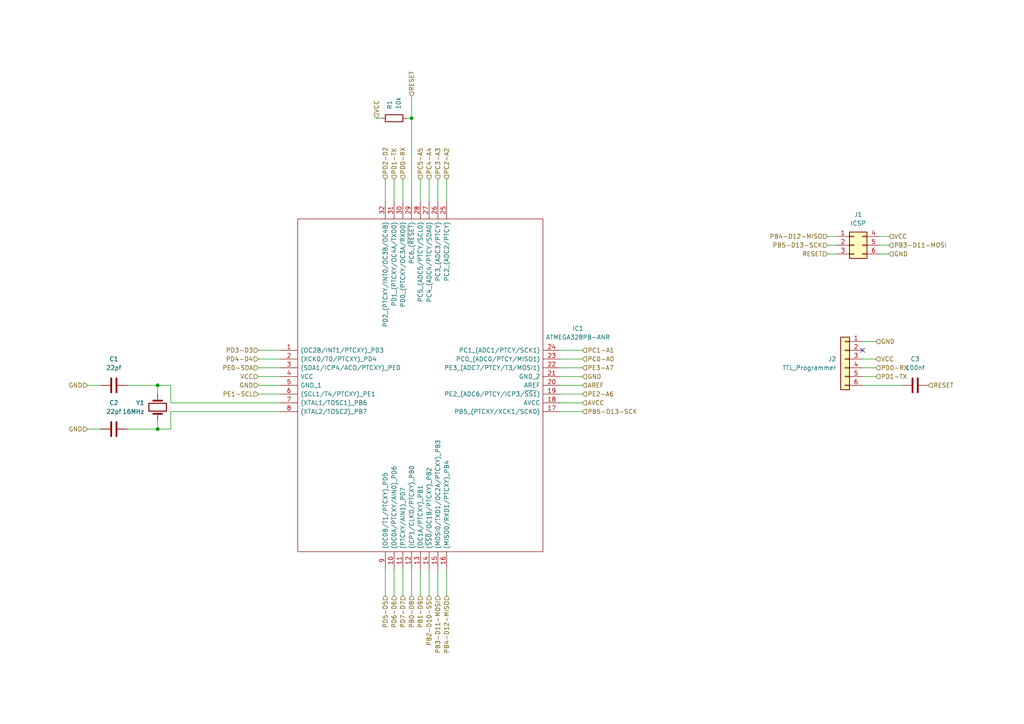
<source format=kicad_sch>
(kicad_sch (version 20231120) (generator "eeschema") (generator_version "8.0")
  (paper "A4")
  (lib_symbols
    (symbol "Connector_Generic:Conn_01x06" (pin_names (offset 1.016) hide)
      (property "Reference" "J" (at 0 7.62 0))
      (property "Value" "Conn_01x06" (at 0 -10.16 0))
      (symbol "Conn_01x06_1_1"
        (rectangle (start -1.27 -7.493) (end 0 -7.747) (stroke (width 0.1524)))
        (rectangle (start -1.27 -4.953) (end 0 -5.207) (stroke (width 0.1524)))
        (rectangle (start -1.27 -2.413) (end 0 -2.667) (stroke (width 0.1524)))
        (rectangle (start -1.27 0.127) (end 0 -0.127) (stroke (width 0.1524)))
        (rectangle (start -1.27 2.667) (end 0 2.413) (stroke (width 0.1524)))
        (rectangle (start -1.27 5.207) (end 0 4.953) (stroke (width 0.1524)))
        (rectangle (start -1.27 6.35) (end 1.27 -8.89) (stroke (width 0.254)) (fill (type background)))
        (pin passive line (at -5.08 5.08 0) (length 3.81) (name "Pin_1") (number "1"))
        (pin passive line (at -5.08 2.54 0) (length 3.81) (name "Pin_2") (number "2"))
        (pin passive line (at -5.08 0 0) (length 3.81) (name "Pin_3") (number "3"))
        (pin passive line (at -5.08 -2.54 0) (length 3.81) (name "Pin_4") (number "4"))
        (pin passive line (at -5.08 -5.08 0) (length 3.81) (name "Pin_5") (number "5"))
        (pin passive line (at -5.08 -7.62 0) (length 3.81) (name "Pin_6") (number "6"))
      )
    )
    (symbol "Connector_Generic:Conn_02x03_Top_Bottom" (pin_names (offset 1.016) hide)
      (property "Reference" "J" (at 1.27 5.08 0))
      (property "Value" "Conn_02x03_Top_Bottom" (at 1.27 -5.08 0))
      (symbol "Conn_02x03_Top_Bottom_1_1"
        (rectangle (start -1.27 -2.413) (end 0 -2.667) (stroke (width 0.1524)))
        (rectangle (start -1.27 0.127) (end 0 -0.127) (stroke (width 0.1524)))
        (rectangle (start -1.27 2.667) (end 0 2.413) (stroke (width 0.1524)))
        (rectangle (start -1.27 3.81) (end 3.81 -3.81) (stroke (width 0.254)) (fill (type background)))
        (rectangle (start 3.81 -2.413) (end 2.54 -2.667) (stroke (width 0.1524)))
        (rectangle (start 3.81 0.127) (end 2.54 -0.127) (stroke (width 0.1524)))
        (rectangle (start 3.81 2.667) (end 2.54 2.413) (stroke (width 0.1524)))
        (pin passive line (at -5.08 2.54 0) (length 3.81) (name "Pin_1") (number "1"))
        (pin passive line (at -5.08 0 0) (length 3.81) (name "Pin_2") (number "2"))
        (pin passive line (at -5.08 -2.54 0) (length 3.81) (name "Pin_3") (number "3"))
        (pin passive line (at 7.62 2.54 180) (length 3.81) (name "Pin_4") (number "4"))
        (pin passive line (at 7.62 0 180) (length 3.81) (name "Pin_5") (number "5"))
        (pin passive line (at 7.62 -2.54 180) (length 3.81) (name "Pin_6") (number "6"))
      )
    )
    (symbol "Device:C" (pin_numbers hide) (pin_names (offset 0.254))
      (property "Reference" "C" (at 0.635 2.54 0))
      (property "Value" "C" (at 0.635 -2.54 0))
      (symbol "C_0_1"
        (polyline (pts (xy -2.032 -0.762) (xy 2.032 -0.762)) (stroke (width 0.508)))
        (polyline (pts (xy -2.032 0.762) (xy 2.032 0.762)) (stroke (width 0.508)))
      )
      (symbol "C_1_1"
        (pin passive line (at 0 3.81 270) (length 2.794) (name "~") (number "1"))
        (pin passive line (at 0 -3.81 90) (length 2.794) (name "~") (number "2"))
      )
    )
    (symbol "Device:Crystal" (pin_numbers hide) (pin_names (offset 1.016) hide)
      (property "Reference" "Y" (at 0 3.81 0))
      (property "Value" "Crystal" (at 0 -3.81 0))
      (symbol "Crystal_0_1"
        (rectangle (start -1.143 2.54) (end 1.143 -2.54) (stroke (width 0.3048)))
        (polyline (pts (xy -2.54 0) (xy -1.905 0)))
        (polyline (pts (xy -1.905 -1.27) (xy -1.905 1.27)) (stroke (width 0.508)))
        (polyline (pts (xy 1.905 -1.27) (xy 1.905 1.27)) (stroke (width 0.508)))
        (polyline (pts (xy 2.54 0) (xy 1.905 0)))
      )
      (symbol "Crystal_1_1"
        (pin passive line (at -3.81 0 0) (length 1.27) (name "1") (number "1"))
        (pin passive line (at 3.81 0 180) (length 1.27) (name "2") (number "2"))
      )
    )
    (symbol "Device:R" (pin_numbers hide) (pin_names (offset 0))
      (property "Reference" "R" (at 2.032 0 90))
      (property "Value" "R" (at 0 0 90))
      (symbol "R_0_1"
        (rectangle (start -1.016 -2.54) (end 1.016 2.54) (stroke (width 0.254)))
      )
      (symbol "R_1_1"
        (pin passive line (at 0 3.81 270) (length 1.27) (name "~") (number "1"))
        (pin passive line (at 0 -3.81 90) (length 1.27) (name "~") (number "2"))
      )
    )
    (symbol "SamacSys_Parts:ATMEGA328PB-ANR" (pin_names (offset 0.762))
      (property "Reference" "IC" (at 77.47 43.18 0))
      (property "Value" "ATMEGA328PB-ANR" (at 77.47 40.64 0))
      (symbol "ATMEGA328PB-ANR_0_0"
        (pin passive line (at 0 0 0) (length 5.08) (name "(OC2B/INT1/PTCXY)_PD3") (number "1"))
        (pin passive line (at 33.02 -63.5 90) (length 5.08) (name "(OC0A/PTCXY/AIN0)_PD6") (number "10"))
        (pin passive line (at 35.56 -63.5 90) (length 5.08) (name "(PTCXY/AIN1)_PD7") (number "11"))
        (pin passive line (at 38.1 -63.5 90) (length 5.08) (name "(ICP1/CLKO/PTCXY)_PB0") (number "12"))
        (pin passive line (at 40.64 -63.5 90) (length 5.08) (name "(OC1A/PTCXY)_PB1") (number "13"))
        (pin passive line (at 43.18 -63.5 90) (length 5.08) (name "(~{SS0}/OC1B/PTCXY)_PB2") (number "14"))
        (pin passive line (at 45.72 -63.5 90) (length 5.08) (name "(MOSI0/TXD1/OC2A/PTCXY)_PB3") (number "15"))
        (pin passive line (at 48.26 -63.5 90) (length 5.08) (name "(MISO0/RXD1/PTCXY)_PB4") (number "16"))
        (pin passive line (at 81.28 -17.78 180) (length 5.08) (name "PB5_(PTCXY/XCK1/SCK0)") (number "17"))
        (pin passive line (at 81.28 -15.24 180) (length 5.08) (name "AVCC") (number "18"))
        (pin passive line (at 81.28 -12.7 180) (length 5.08) (name "PE2_(ADC6/PTCY/ICP3/~{SS1})") (number "19"))
        (pin passive line (at 0 -2.54 0) (length 5.08) (name "(XCK0/T0/PTCXY)_PD4") (number "2"))
        (pin passive line (at 81.28 -10.16 180) (length 5.08) (name "AREF") (number "20"))
        (pin passive line (at 81.28 -7.62 180) (length 5.08) (name "GND_2") (number "21"))
        (pin passive line (at 81.28 -5.08 180) (length 5.08) (name "PE3_(ADC7/PTCY/T3/MOSI1)") (number "22"))
        (pin passive line (at 81.28 -2.54 180) (length 5.08) (name "PC0_(ADC0/PTCY/MISO1)") (number "23"))
        (pin passive line (at 81.28 0 180) (length 5.08) (name "PC1_(ADC1/PTCY/SCK1)") (number "24"))
        (pin passive line (at 48.26 43.18 270) (length 5.08) (name "PC2_(ADC2/PTCY)") (number "25"))
        (pin passive line (at 45.72 43.18 270) (length 5.08) (name "PC3_(ADC3/PTCY)") (number "26"))
        (pin passive line (at 43.18 43.18 270) (length 5.08) (name "PC4_(ADC4/PTCY/SDA0)") (number "27"))
        (pin passive line (at 40.64 43.18 270) (length 5.08) (name "PC5_(ADC5/PTCY/SCL0)") (number "28"))
        (pin passive line (at 38.1 43.18 270) (length 5.08) (name "PC6_(~{RESET})") (number "29"))
        (pin passive line (at 0 -5.08 0) (length 5.08) (name "(SDA1/ICP4/ACO/PTCXY)_PE0") (number "3"))
        (pin passive line (at 35.56 43.18 270) (length 5.08) (name "PD0_(PTCXY/OC3A/RXD0)") (number "30"))
        (pin passive line (at 33.02 43.18 270) (length 5.08) (name "PD1_(PTCXY/OC4A/TXD0)") (number "31"))
        (pin passive line (at 30.48 43.18 270) (length 5.08) (name "PD2_(PTCXY/INT0/OC3B/OC4B)") (number "32"))
        (pin passive line (at 0 -7.62 0) (length 5.08) (name "VCC") (number "4"))
        (pin passive line (at 0 -10.16 0) (length 5.08) (name "GND_1") (number "5"))
        (pin passive line (at 0 -12.7 0) (length 5.08) (name "(SCL1/T4/PTCXY)_PE1") (number "6"))
        (pin passive line (at 0 -15.24 0) (length 5.08) (name "(XTAL1/TOSC1)_PB6") (number "7"))
        (pin passive line (at 0 -17.78 0) (length 5.08) (name "(XTAL2/TOSC2)_PB7") (number "8"))
        (pin passive line (at 30.48 -63.5 90) (length 5.08) (name "(OC0B/T1/PTCXY)_PD5") (number "9"))
      )
      (symbol "ATMEGA328PB-ANR_0_1"
        (polyline (pts (xy 5.08 38.1) (xy 76.2 38.1) (xy 76.2 -58.42) (xy 5.08 -58.42) (xy 5.08 38.1)) (stroke (width 0.1524)))
      )
    )
  )
  (junction (at 119.38 34.29))
  (junction (at 45.72 111.76))
  (junction (at 45.72 124.46))
  (no_connect (at 250.19 101.6))
  (wire (pts (xy 250.19 109.22) (xy 254 109.22)))
  (wire (pts (xy 162.56 106.68) (xy 168.91 106.68)))
  (wire (pts (xy 114.3 58.42) (xy 114.3 52.07)))
  (wire (pts (xy 36.83 124.46) (xy 45.72 124.46)))
  (wire (pts (xy 162.56 119.38) (xy 168.91 119.38)))
  (wire (pts (xy 240.03 71.12) (xy 242.57 71.12)))
  (wire (pts (xy 111.76 165.1) (xy 111.76 172.72)))
  (wire (pts (xy 129.54 165.1) (xy 129.54 172.72)))
  (wire (pts (xy 45.72 114.3) (xy 45.72 111.76)))
  (wire (pts (xy 255.27 68.58) (xy 257.81 68.58)))
  (wire (pts (xy 49.53 111.76) (xy 45.72 111.76)))
  (wire (pts (xy 127 165.1) (xy 127 172.72)))
  (wire (pts (xy 250.19 99.06) (xy 254 99.06)))
  (wire (pts (xy 111.76 58.42) (xy 111.76 52.07)))
  (wire (pts (xy 250.19 104.14) (xy 254 104.14)))
  (wire (pts (xy 162.56 114.3) (xy 168.91 114.3)))
  (wire (pts (xy 81.28 101.6) (xy 74.93 101.6)))
  (wire (pts (xy 74.93 114.3) (xy 81.28 114.3)))
  (wire (pts (xy 240.03 68.58) (xy 242.57 68.58)))
  (wire (pts (xy 119.38 34.29) (xy 119.38 58.42)))
  (wire (pts (xy 129.54 58.42) (xy 129.54 52.07)))
  (wire (pts (xy 124.46 165.1) (xy 124.46 172.72)))
  (wire (pts (xy 162.56 109.22) (xy 168.91 109.22)))
  (wire (pts (xy 49.53 124.46) (xy 45.72 124.46)))
  (wire (pts (xy 121.92 165.1) (xy 121.92 172.72)))
  (wire (pts (xy 74.93 111.76) (xy 81.28 111.76)))
  (wire (pts (xy 250.19 111.76) (xy 261.62 111.76)))
  (wire (pts (xy 124.46 58.42) (xy 124.46 52.07)))
  (wire (pts (xy 250.19 106.68) (xy 254 106.68)))
  (wire (pts (xy 116.84 58.42) (xy 116.84 52.07)))
  (wire (pts (xy 240.03 73.66) (xy 242.57 73.66)))
  (wire (pts (xy 45.72 124.46) (xy 45.72 121.92)))
  (wire (pts (xy 162.56 116.84) (xy 168.91 116.84)))
  (wire (pts (xy 114.3 165.1) (xy 114.3 172.72)))
  (wire (pts (xy 118.11 34.29) (xy 119.38 34.29)))
  (wire (pts (xy 121.92 58.42) (xy 121.92 52.07)))
  (wire (pts (xy 162.56 104.14) (xy 168.91 104.14)))
  (wire (pts (xy 127 58.42) (xy 127 52.07)))
  (wire (pts (xy 255.27 71.12) (xy 257.81 71.12)))
  (wire (pts (xy 45.72 111.76) (xy 36.83 111.76)))
  (wire (pts (xy 116.84 165.1) (xy 116.84 172.72)))
  (wire (pts (xy 81.28 119.38) (xy 49.53 119.38)))
  (wire (pts (xy 81.28 116.84) (xy 49.53 116.84)))
  (wire (pts (xy 74.93 109.22) (xy 81.28 109.22)))
  (wire (pts (xy 109.22 34.29) (xy 110.49 34.29)))
  (wire (pts (xy 119.38 34.29) (xy 119.38 27.94)))
  (wire (pts (xy 162.56 101.6) (xy 168.91 101.6)))
  (wire (pts (xy 29.21 124.46) (xy 25.4 124.46)))
  (wire (pts (xy 49.53 119.38) (xy 49.53 124.46)))
  (wire (pts (xy 49.53 116.84) (xy 49.53 111.76)))
  (wire (pts (xy 255.27 73.66) (xy 257.81 73.66)))
  (wire (pts (xy 74.93 106.68) (xy 81.28 106.68)))
  (wire (pts (xy 119.38 165.1) (xy 119.38 172.72)))
  (wire (pts (xy 81.28 104.14) (xy 74.93 104.14)))
  (wire (pts (xy 162.56 111.76) (xy 168.91 111.76)))
  (wire (pts (xy 29.21 111.76) (xy 25.4 111.76)))
  (hierarchical_label "PB3-D11-MOSI" (shape input) (at 257.81 71.12 0))
  (hierarchical_label "PB1-D9" (shape input) (at 121.92 172.72 270))
  (hierarchical_label "GND" (shape input) (at 25.4 124.46 180))
  (hierarchical_label "PE0-SDA" (shape input) (at 74.93 106.68 180))
  (hierarchical_label "PC0-A0" (shape input) (at 168.91 104.14 0))
  (hierarchical_label "PB4-D12-MISO" (shape input) (at 129.54 172.72 270))
  (hierarchical_label "PB4-D12-MISO" (shape input) (at 240.03 68.58 180))
  (hierarchical_label "PD5-D5" (shape input) (at 111.76 172.72 270))
  (hierarchical_label "PD0-RX" (shape input) (at 116.84 52.07 90))
  (hierarchical_label "VCC" (shape input) (at 74.93 109.22 180))
  (hierarchical_label "PD7-D7" (shape input) (at 116.84 172.72 270))
  (hierarchical_label "PC4-A4" (shape input) (at 124.46 52.07 90))
  (hierarchical_label "PB2-D10-SS" (shape input) (at 124.46 172.72 270))
  (hierarchical_label "PE2-A6" (shape input) (at 168.91 114.3 0))
  (hierarchical_label "VCC" (shape input) (at 257.81 68.58 0))
  (hierarchical_label "PD2-D2" (shape input) (at 111.76 52.07 90))
  (hierarchical_label "GND" (shape input) (at 168.91 109.22 0))
  (hierarchical_label "VCC" (shape input) (at 109.22 34.29 90))
  (hierarchical_label "PE3-A7" (shape input) (at 168.91 106.68 0))
  (hierarchical_label "PB0-D8" (shape input) (at 119.38 172.72 270))
  (hierarchical_label "PD4-D4" (shape input) (at 74.93 104.14 180))
  (hierarchical_label "GND" (shape input) (at 254 99.06 0))
  (hierarchical_label "PB3-D11-MOSI" (shape input) (at 127 172.72 270))
  (hierarchical_label "PB5-D13-SCK" (shape input) (at 168.91 119.38 0))
  (hierarchical_label "VCC" (shape input) (at 254 104.14 0))
  (hierarchical_label "PC3-A3" (shape input) (at 127 52.07 90))
  (hierarchical_label "PB5-D13-SCK" (shape input) (at 240.03 71.12 180))
  (hierarchical_label "RESET" (shape input) (at 269.24 111.76 0))
  (hierarchical_label "PE1-SCL" (shape input) (at 74.93 114.3 180))
  (hierarchical_label "PD6-D6" (shape input) (at 114.3 172.72 270))
  (hierarchical_label "AVCC" (shape input) (at 168.91 116.84 0))
  (hierarchical_label "PD1-TX" (shape input) (at 114.3 52.07 90))
  (hierarchical_label "RESET" (shape input) (at 119.38 27.94 90))
  (hierarchical_label "PD1-TX" (shape input) (at 254 109.22 0))
  (hierarchical_label "RESET" (shape input) (at 240.03 73.66 180))
  (hierarchical_label "AREF" (shape input) (at 168.91 111.76 0))
  (hierarchical_label "GND" (shape input) (at 25.4 111.76 180))
  (hierarchical_label "PC5-A5" (shape input) (at 121.92 52.07 90))
  (hierarchical_label "GND" (shape input) (at 74.93 111.76 180))
  (hierarchical_label "PC2-A2" (shape input) (at 129.54 52.07 90))
  (hierarchical_label "PD0-RX" (shape input) (at 254 106.68 0))
  (hierarchical_label "PC1-A1" (shape input) (at 168.91 101.6 0))
  (hierarchical_label "PD3-D3" (shape input) (at 74.93 101.6 180))
  (hierarchical_label "GND" (shape input) (at 257.81 73.66 0))
  (symbol (lib_id "Connector_Generic:Conn_02x03_Top_Bottom") (at 247.65 71.12 0) (unit 1)
    (property "Reference" "J1" (at 248.92 62.23 0))
    (property "Value" "ICSP" (at 248.92 64.77 0))
    (property "Footprint" "Connector_PinHeader_2.54mm:PinHeader_2x03_P2.54mm_Vertical_SMD" (effects (hide yes)))
    (property "Description" "Generic connector, double row, 02x03, top/bottom pin numbering scheme (row 1: 1...pins_per_row, row2: pins_per_row+1 ... num_pins), script generated (kicad-library-utils/schlib/autogen/connector/)" (effects (hide yes)))
  )
  (symbol (lib_id "Device:C") (at 33.02 111.76 270) (mirror x) (unit 1)
    (property "Reference" "C1" (at 33.02 104.14 90))
    (property "Value" "22pf" (at 33.02 106.68 90))
    (property "Footprint" "Capacitor_SMD:C_1206_3216Metric_Pad1.33x1.80mm_HandSolder" (effects (hide yes)))
    (property "Description" "Unpolarized capacitor" (effects (hide yes)))
  )
  (symbol (lib_id "Device:C") (at 33.02 124.46 270) (mirror x) (unit 1)
    (property "Reference" "C2" (at 33.02 116.84 90))
    (property "Value" "22pf" (at 33.02 119.38 90))
    (property "Footprint" "Capacitor_SMD:C_1206_3216Metric_Pad1.33x1.80mm_HandSolder" (effects (hide yes)))
    (property "Description" "Unpolarized capacitor" (effects (hide yes)))
  )
  (symbol (lib_id "SamacSys_Parts:ATMEGA328PB-ANR") (at 81.28 101.6 0) (unit 1)
    (property "Reference" "IC1" (at 167.64 95.2814 0))
    (property "Value" "ATMEGA328PB-ANR" (at 167.64 97.8214 0))
    (property "Footprint" "QFP80P900X900X120-32N" (effects (hide yes)))
    (property "Datasheet" "http://ww1.microchip.com/downloads/en/DeviceDoc/40001906A.pdf" (effects (hide yes)))
    (property "Description" "MCU 8-bit ATmega AVR RISC 32KB Flash 2.5V/3.3V/5V 32-Pin TQFP T/R" (effects (hide yes)))
    (property "Height" "1.2" (effects (hide yes)))
    (property "Mouser Part Number" "556-ATMEGA328PB-ANR" (effects (hide yes)))
    (property "Mouser Price/Stock" "https://www.mouser.co.uk/ProductDetail/Microchip-Technology/ATMEGA328PB-ANR?qs=jy4bLUHv09gAXMeIQH7RPw%3D%3D" (effects (hide yes)))
    (property "Manufacturer_Name" "Microchip" (effects (hide yes)))
    (property "Manufacturer_Part_Number" "ATMEGA328PB-ANR" (effects (hide yes)))
  )
  (symbol (lib_id "Connector_Generic:Conn_01x06") (at 245.11 104.14 0) (mirror y) (unit 1)
    (property "Reference" "J2" (at 242.57 104.1399 0) (effects (justify left)))
    (property "Value" "TTL_Programmer" (at 242.57 106.6799 0) (effects (justify left)))
    (property "Footprint" "Connector_PinHeader_2.54mm:PinHeader_1x06_P2.54mm_Vertical" (effects (hide yes)))
    (property "Description" "Generic connector, single row, 01x06, script generated (kicad-library-utils/schlib/autogen/connector/)" (effects (hide yes)))
  )
  (symbol (lib_id "Device:C") (at 265.43 111.76 90) (unit 1)
    (property "Reference" "C3" (at 265.43 104.14 90))
    (property "Value" "100nf" (at 265.43 106.68 90))
    (property "Footprint" "Capacitor_SMD:C_1206_3216Metric_Pad1.33x1.80mm_HandSolder" (effects (hide yes)))
    (property "Description" "Unpolarized capacitor" (effects (hide yes)))
  )
  (symbol (lib_id "Device:R") (at 114.3 34.29 90) (unit 1)
    (property "Reference" "R1" (at 113.0299 31.75 0) (effects (justify left)))
    (property "Value" "10k" (at 115.5699 31.75 0) (effects (justify left)))
    (property "Footprint" "Resistor_SMD:R_1206_3216Metric_Pad1.30x1.75mm_HandSolder" (effects (hide yes)))
    (property "Description" "Resistor" (effects (hide yes)))
  )
  (symbol (lib_id "Device:Crystal") (at 45.72 118.11 270) (mirror x) (unit 1)
    (property "Reference" "Y1" (at 41.91 116.8399 90) (effects (justify right)))
    (property "Value" "16MHz" (at 41.91 119.3799 90) (effects (justify right)))
    (property "Footprint" "Crystal:Crystal_HC49-U_Vertical" (effects (hide yes)))
    (property "Description" "Two pin crystal" (effects (hide yes)))
  )
)
</source>
